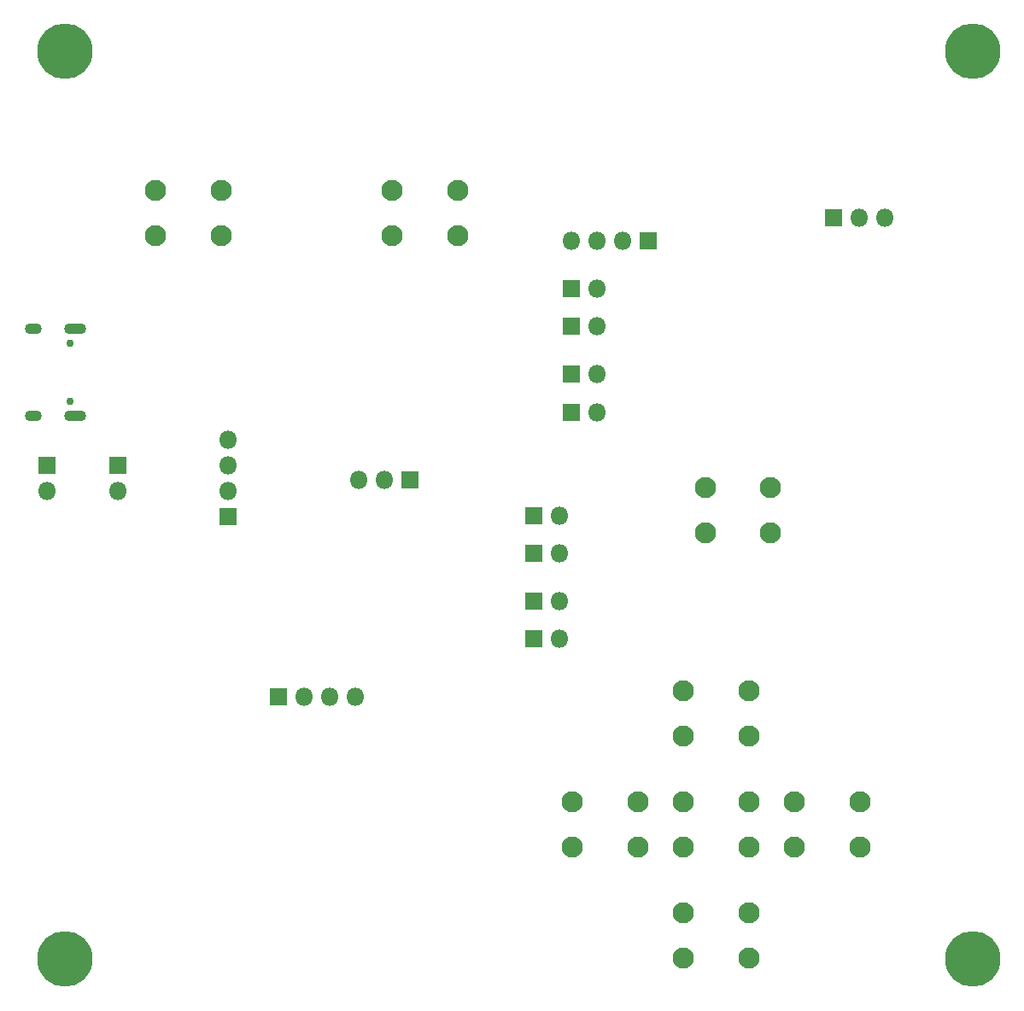
<source format=gbr>
%TF.GenerationSoftware,KiCad,Pcbnew,(5.1.6)-1*%
%TF.CreationDate,2020-09-28T21:59:18+02:00*%
%TF.ProjectId,BMP-Arduino,424d502d-4172-4647-9569-6e6f2e6b6963,0.1*%
%TF.SameCoordinates,Original*%
%TF.FileFunction,Soldermask,Bot*%
%TF.FilePolarity,Negative*%
%FSLAX46Y46*%
G04 Gerber Fmt 4.6, Leading zero omitted, Abs format (unit mm)*
G04 Created by KiCad (PCBNEW (5.1.6)-1) date 2020-09-28 21:59:18*
%MOMM*%
%LPD*%
G01*
G04 APERTURE LIST*
%ADD10O,1.800000X1.800000*%
%ADD11R,1.800000X1.800000*%
%ADD12C,2.100000*%
%ADD13O,2.200000X1.100000*%
%ADD14C,0.750000*%
%ADD15O,1.700000X1.100000*%
%ADD16C,0.900000*%
%ADD17C,5.500000*%
G04 APERTURE END LIST*
D10*
%TO.C,JP2*%
X143875000Y-108485000D03*
D11*
X141335000Y-108485000D03*
%TD*%
D10*
%TO.C,JP5*%
X143875000Y-96235000D03*
D11*
X141335000Y-96235000D03*
%TD*%
D10*
%TO.C,JP4*%
X143875000Y-99985000D03*
D11*
X141335000Y-99985000D03*
%TD*%
D10*
%TO.C,JP3*%
X143875000Y-104735000D03*
D11*
X141335000Y-104735000D03*
%TD*%
%TO.C,JP11*%
X129085000Y-92735000D03*
D10*
X126545000Y-92735000D03*
X124005000Y-92735000D03*
%TD*%
D12*
%TO.C,SW1*%
X127335000Y-68485000D03*
X127335000Y-63985000D03*
X133835000Y-68485000D03*
X133835000Y-63985000D03*
%TD*%
D13*
%TO.C,J1*%
X95886000Y-86333000D03*
X95886000Y-77693000D03*
D14*
X95356000Y-79123000D03*
D15*
X91706000Y-77693000D03*
D14*
X95356000Y-84903000D03*
D15*
X91706000Y-86333000D03*
%TD*%
D12*
%TO.C,SW7*%
X162660000Y-113625000D03*
X162660000Y-118125000D03*
X156160000Y-113625000D03*
X156160000Y-118125000D03*
%TD*%
%TO.C,SW6*%
X151660000Y-124625000D03*
X151660000Y-129125000D03*
X145160000Y-124625000D03*
X145160000Y-129125000D03*
%TD*%
%TO.C,SW4*%
X173660000Y-124625000D03*
X173660000Y-129125000D03*
X167160000Y-124625000D03*
X167160000Y-129125000D03*
%TD*%
%TO.C,SW3*%
X162660000Y-135625000D03*
X162660000Y-140125000D03*
X156160000Y-135625000D03*
X156160000Y-140125000D03*
%TD*%
D10*
%TO.C,U3*%
X118565000Y-114195000D03*
D11*
X116025000Y-114195000D03*
D10*
X121105000Y-114195000D03*
X123645000Y-114195000D03*
%TD*%
D12*
%TO.C,SW5*%
X158335000Y-97985000D03*
X158335000Y-93485000D03*
X164835000Y-97985000D03*
X164835000Y-93485000D03*
%TD*%
%TO.C,SW8*%
X162660000Y-124625000D03*
X162660000Y-129125000D03*
X156160000Y-124625000D03*
X156160000Y-129125000D03*
%TD*%
%TO.C,SW2*%
X110335000Y-63985000D03*
X110335000Y-68485000D03*
X103835000Y-63985000D03*
X103835000Y-68485000D03*
%TD*%
D10*
%TO.C,JP12*%
X176125000Y-66735000D03*
X173585000Y-66735000D03*
D11*
X171045000Y-66735000D03*
%TD*%
D10*
%TO.C,JP10*%
X100085000Y-93775000D03*
D11*
X100085000Y-91235000D03*
%TD*%
D10*
%TO.C,JP9*%
X147625000Y-73735000D03*
D11*
X145085000Y-73735000D03*
%TD*%
D10*
%TO.C,JP8*%
X147625000Y-77485000D03*
D11*
X145085000Y-77485000D03*
%TD*%
D10*
%TO.C,JP7*%
X147625000Y-82235000D03*
D11*
X145085000Y-82235000D03*
%TD*%
D10*
%TO.C,JP6*%
X147625000Y-85985000D03*
D11*
X145085000Y-85985000D03*
%TD*%
D10*
%TO.C,JP1*%
X93085000Y-93775000D03*
D11*
X93085000Y-91235000D03*
%TD*%
D10*
%TO.C,J3*%
X145045000Y-68985000D03*
X147585000Y-68985000D03*
X150125000Y-68985000D03*
D11*
X152665000Y-68985000D03*
%TD*%
D10*
%TO.C,J2*%
X111085000Y-88695000D03*
X111085000Y-91235000D03*
X111085000Y-93775000D03*
D11*
X111085000Y-96315000D03*
%TD*%
D16*
%TO.C,H4*%
X186266891Y-138803109D03*
X184835000Y-138210000D03*
X183403109Y-138803109D03*
X182810000Y-140235000D03*
X183403109Y-141666891D03*
X184835000Y-142260000D03*
X186266891Y-141666891D03*
X186860000Y-140235000D03*
D17*
X184835000Y-140235000D03*
%TD*%
D16*
%TO.C,H3*%
X186266891Y-48803109D03*
X184835000Y-48210000D03*
X183403109Y-48803109D03*
X182810000Y-50235000D03*
X183403109Y-51666891D03*
X184835000Y-52260000D03*
X186266891Y-51666891D03*
X186860000Y-50235000D03*
D17*
X184835000Y-50235000D03*
%TD*%
D16*
%TO.C,H2*%
X96266891Y-138803109D03*
X94835000Y-138210000D03*
X93403109Y-138803109D03*
X92810000Y-140235000D03*
X93403109Y-141666891D03*
X94835000Y-142260000D03*
X96266891Y-141666891D03*
X96860000Y-140235000D03*
D17*
X94835000Y-140235000D03*
%TD*%
D16*
%TO.C,H1*%
X96266891Y-48803109D03*
X94835000Y-48210000D03*
X93403109Y-48803109D03*
X92810000Y-50235000D03*
X93403109Y-51666891D03*
X94835000Y-52260000D03*
X96266891Y-51666891D03*
X96860000Y-50235000D03*
D17*
X94835000Y-50235000D03*
%TD*%
M02*

</source>
